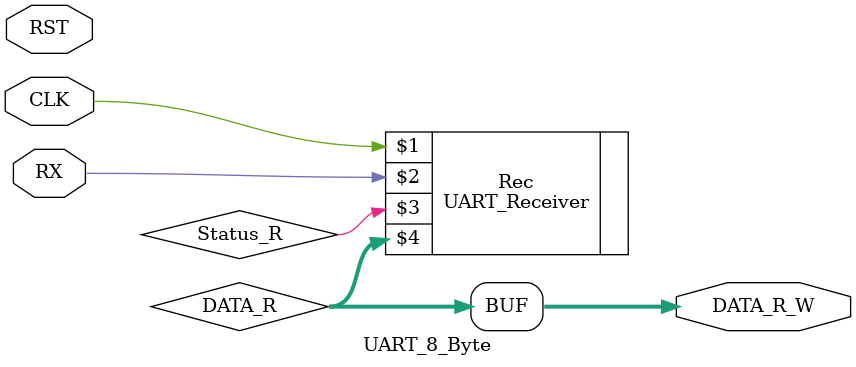
<source format=v>
`timescale 1ns / 1ps
module UART_8_Byte(input CLK, input RST, input RX,output [7:0] DATA_R_W);
    reg [7:0] DATA_R;
    
    reg [7:0] Count_R;
    
    reg [63:0] R_Data;    
      
	UART_Receiver Rec(CLK, RX, Status_R, DATA_R);    
    always @(posedge Status_R )
        begin         
                    case(Count_R)
                    0 : begin   R_Data[7:0]     <=DATA_R[7:0];  Count_R <= Count_R +1;   end
                    1 : begin   R_Data[15:8]    <=DATA_R[7:0];  Count_R <= Count_R +1;  end
                    2 : begin   R_Data[23:16]   <=DATA_R[7:0];  Count_R <= Count_R +1;  end
                    3 : begin   R_Data[31:24]   <=DATA_R[7:0];  Count_R <= Count_R +1;  end
                    4 : begin   R_Data[39:32]   <=DATA_R[7:0];  Count_R <= Count_R +1;  end
                    5 : begin   R_Data[47:40]   <=DATA_R[7:0];  Count_R <= Count_R +1;  end
                    6 : begin   R_Data[55:48]   <=DATA_R[7:0];  Count_R <= Count_R +1;  end
                    7 : begin   R_Data[63:56]   <=DATA_R[7:0];  Count_R <= Count_R +1;   end                  
                    endcase                              
        end
        assign DATA_R_W = DATA_R;     
  
   
                    
            


            
        
    

        
    


 // UART_Transmiter Trans(CLK, DATA_T, RST, TX, Status_T); 
endmodule

</source>
